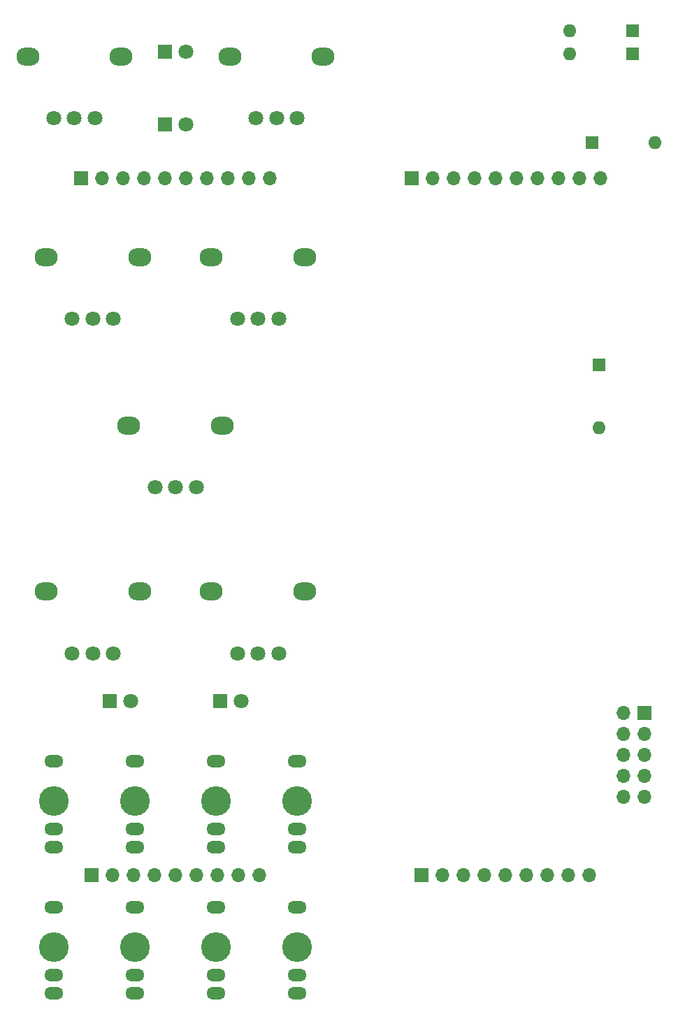
<source format=gbr>
%TF.GenerationSoftware,KiCad,Pcbnew,(5.1.7-0-10_14)*%
%TF.CreationDate,2021-05-28T11:23:36-04:00*%
%TF.ProjectId,SlewLimiter,536c6577-4c69-46d6-9974-65722e6b6963,rev?*%
%TF.SameCoordinates,Original*%
%TF.FileFunction,Soldermask,Bot*%
%TF.FilePolarity,Negative*%
%FSLAX46Y46*%
G04 Gerber Fmt 4.6, Leading zero omitted, Abs format (unit mm)*
G04 Created by KiCad (PCBNEW (5.1.7-0-10_14)) date 2021-05-28 11:23:36*
%MOMM*%
%LPD*%
G01*
G04 APERTURE LIST*
%ADD10C,1.800000*%
%ADD11R,1.800000X1.800000*%
%ADD12O,2.800000X2.200000*%
%ADD13C,3.600000*%
%ADD14O,2.300000X1.500000*%
%ADD15O,1.700000X1.700000*%
%ADD16R,1.700000X1.700000*%
%ADD17O,1.600000X1.600000*%
%ADD18R,1.600000X1.600000*%
G04 APERTURE END LIST*
D10*
%TO.C,D303*%
X51270000Y-63400000D03*
D11*
X48730000Y-63400000D03*
%TD*%
D12*
%TO.C,RV307*%
X65650000Y-120000000D03*
X54350000Y-120000000D03*
D10*
X62500000Y-127500000D03*
X60000000Y-127500000D03*
X57500000Y-127500000D03*
%TD*%
D12*
%TO.C,RV306*%
X65650000Y-79500000D03*
X54350000Y-79500000D03*
D10*
X62500000Y-87000000D03*
X60000000Y-87000000D03*
X57500000Y-87000000D03*
%TD*%
D12*
%TO.C,RV305*%
X67900000Y-55200000D03*
X56600000Y-55200000D03*
D10*
X64750000Y-62700000D03*
X62250000Y-62700000D03*
X59750000Y-62700000D03*
%TD*%
D12*
%TO.C,RV304*%
X55650000Y-99900000D03*
X44350000Y-99900000D03*
D10*
X52500000Y-107400000D03*
X50000000Y-107400000D03*
X47500000Y-107400000D03*
%TD*%
D12*
%TO.C,RV303*%
X45650000Y-120000000D03*
X34350000Y-120000000D03*
D10*
X42500000Y-127500000D03*
X40000000Y-127500000D03*
X37500000Y-127500000D03*
%TD*%
D12*
%TO.C,RV302*%
X45650000Y-79500000D03*
X34350000Y-79500000D03*
D10*
X42500000Y-87000000D03*
X40000000Y-87000000D03*
X37500000Y-87000000D03*
%TD*%
D12*
%TO.C,RV301*%
X43400000Y-55200000D03*
X32100000Y-55200000D03*
D10*
X40250000Y-62700000D03*
X37750000Y-62700000D03*
X35250000Y-62700000D03*
%TD*%
D13*
%TO.C,J310*%
X45100000Y-145400000D03*
D14*
X45100000Y-140600000D03*
X45100000Y-148800000D03*
X45100000Y-151000000D03*
%TD*%
D13*
%TO.C,J309*%
X64700000Y-145400000D03*
D14*
X64700000Y-140600000D03*
X64700000Y-148800000D03*
X64700000Y-151000000D03*
%TD*%
D13*
%TO.C,J308*%
X35300000Y-145400000D03*
D14*
X35300000Y-140600000D03*
X35300000Y-148800000D03*
X35300000Y-151000000D03*
%TD*%
D13*
%TO.C,J307*%
X64700000Y-163100000D03*
D14*
X64700000Y-158300000D03*
X64700000Y-166500000D03*
X64700000Y-168700000D03*
%TD*%
D13*
%TO.C,J306*%
X54900000Y-145400000D03*
D14*
X54900000Y-140600000D03*
X54900000Y-148800000D03*
X54900000Y-151000000D03*
%TD*%
D13*
%TO.C,J305*%
X54900000Y-163100000D03*
D14*
X54900000Y-158300000D03*
X54900000Y-166500000D03*
X54900000Y-168700000D03*
%TD*%
D13*
%TO.C,J304*%
X45100000Y-163100000D03*
D14*
X45100000Y-158300000D03*
X45100000Y-166500000D03*
X45100000Y-168700000D03*
%TD*%
D13*
%TO.C,J303*%
X35300000Y-163100000D03*
D14*
X35300000Y-158300000D03*
X35300000Y-166500000D03*
X35300000Y-168700000D03*
%TD*%
D15*
%TO.C,J302*%
X61460000Y-70000000D03*
X58920000Y-70000000D03*
X56380000Y-70000000D03*
X53840000Y-70000000D03*
X51300000Y-70000000D03*
X48760000Y-70000000D03*
X46220000Y-70000000D03*
X43680000Y-70000000D03*
X41140000Y-70000000D03*
D16*
X38600000Y-70000000D03*
%TD*%
D15*
%TO.C,J301*%
X60120000Y-154400000D03*
X57580000Y-154400000D03*
X55040000Y-154400000D03*
X52500000Y-154400000D03*
X49960000Y-154400000D03*
X47420000Y-154400000D03*
X44880000Y-154400000D03*
X42340000Y-154400000D03*
D16*
X39800000Y-154400000D03*
%TD*%
D15*
%TO.C,J203*%
X101460000Y-70000000D03*
X98920000Y-70000000D03*
X96380000Y-70000000D03*
X93840000Y-70000000D03*
X91300000Y-70000000D03*
X88760000Y-70000000D03*
X86220000Y-70000000D03*
X83680000Y-70000000D03*
X81140000Y-70000000D03*
D16*
X78600000Y-70000000D03*
%TD*%
D15*
%TO.C,J202*%
X100120000Y-154400000D03*
X97580000Y-154400000D03*
X95040000Y-154400000D03*
X92500000Y-154400000D03*
X89960000Y-154400000D03*
X87420000Y-154400000D03*
X84880000Y-154400000D03*
X82340000Y-154400000D03*
D16*
X79800000Y-154400000D03*
%TD*%
D15*
%TO.C,J201*%
X104260000Y-144860000D03*
X106800000Y-144860000D03*
X104260000Y-142320000D03*
X106800000Y-142320000D03*
X104260000Y-139780000D03*
X106800000Y-139780000D03*
X104260000Y-137240000D03*
X106800000Y-137240000D03*
X104260000Y-134700000D03*
D16*
X106800000Y-134700000D03*
%TD*%
D10*
%TO.C,D304*%
X44600000Y-133300000D03*
D11*
X42060000Y-133300000D03*
%TD*%
D10*
%TO.C,D302*%
X51270000Y-54600000D03*
D11*
X48730000Y-54600000D03*
%TD*%
D10*
%TO.C,D301*%
X57930000Y-133300000D03*
D11*
X55390000Y-133300000D03*
%TD*%
D17*
%TO.C,D203*%
X108100000Y-65600000D03*
D18*
X100480000Y-65600000D03*
%TD*%
D17*
%TO.C,D107*%
X101300000Y-100200000D03*
D18*
X101300000Y-92580000D03*
%TD*%
D17*
%TO.C,D106*%
X97780000Y-52100000D03*
D18*
X105400000Y-52100000D03*
%TD*%
D17*
%TO.C,D105*%
X97780000Y-54900000D03*
D18*
X105400000Y-54900000D03*
%TD*%
M02*

</source>
